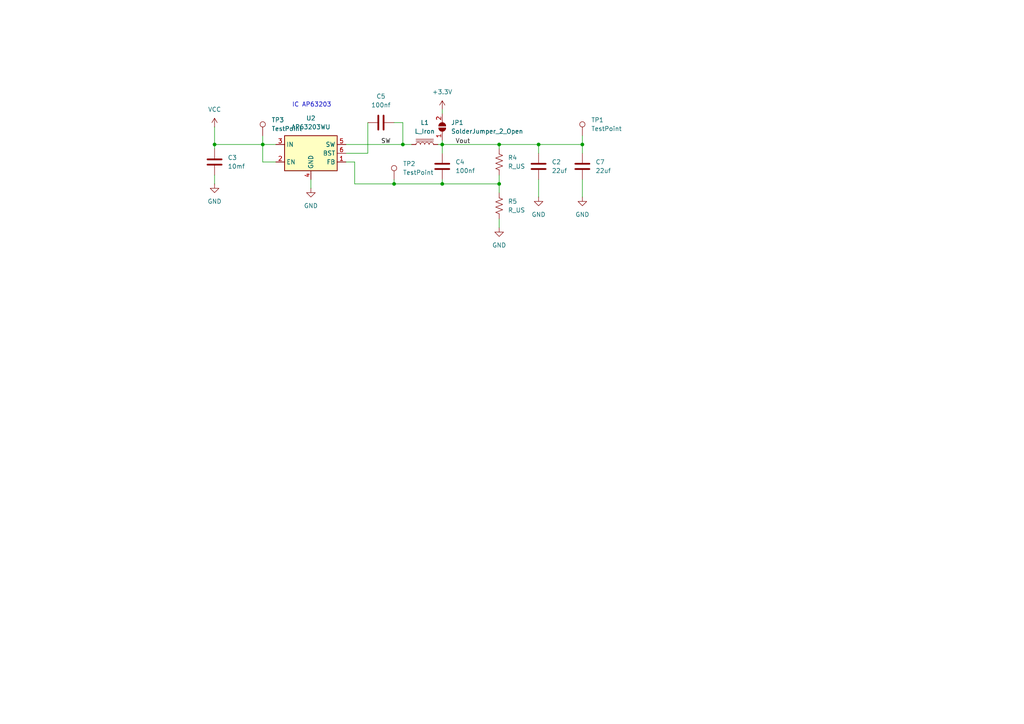
<source format=kicad_sch>
(kicad_sch
	(version 20250114)
	(generator "eeschema")
	(generator_version "9.0")
	(uuid "f319de47-5758-40a6-b80b-836c8115c4c8")
	(paper "A4")
	(lib_symbols
		(symbol "Connector:TestPoint"
			(pin_numbers
				(hide yes)
			)
			(pin_names
				(offset 0.762)
				(hide yes)
			)
			(exclude_from_sim no)
			(in_bom yes)
			(on_board yes)
			(property "Reference" "TP"
				(at 0 6.858 0)
				(effects
					(font
						(size 1.27 1.27)
					)
				)
			)
			(property "Value" "TestPoint"
				(at 0 5.08 0)
				(effects
					(font
						(size 1.27 1.27)
					)
				)
			)
			(property "Footprint" ""
				(at 5.08 0 0)
				(effects
					(font
						(size 1.27 1.27)
					)
					(hide yes)
				)
			)
			(property "Datasheet" "~"
				(at 5.08 0 0)
				(effects
					(font
						(size 1.27 1.27)
					)
					(hide yes)
				)
			)
			(property "Description" "test point"
				(at 0 0 0)
				(effects
					(font
						(size 1.27 1.27)
					)
					(hide yes)
				)
			)
			(property "ki_keywords" "test point tp"
				(at 0 0 0)
				(effects
					(font
						(size 1.27 1.27)
					)
					(hide yes)
				)
			)
			(property "ki_fp_filters" "Pin* Test*"
				(at 0 0 0)
				(effects
					(font
						(size 1.27 1.27)
					)
					(hide yes)
				)
			)
			(symbol "TestPoint_0_1"
				(circle
					(center 0 3.302)
					(radius 0.762)
					(stroke
						(width 0)
						(type default)
					)
					(fill
						(type none)
					)
				)
			)
			(symbol "TestPoint_1_1"
				(pin passive line
					(at 0 0 90)
					(length 2.54)
					(name "1"
						(effects
							(font
								(size 1.27 1.27)
							)
						)
					)
					(number "1"
						(effects
							(font
								(size 1.27 1.27)
							)
						)
					)
				)
			)
			(embedded_fonts no)
		)
		(symbol "Device:C"
			(pin_numbers
				(hide yes)
			)
			(pin_names
				(offset 0.254)
			)
			(exclude_from_sim no)
			(in_bom yes)
			(on_board yes)
			(property "Reference" "C"
				(at 0.635 2.54 0)
				(effects
					(font
						(size 1.27 1.27)
					)
					(justify left)
				)
			)
			(property "Value" "C"
				(at 0.635 -2.54 0)
				(effects
					(font
						(size 1.27 1.27)
					)
					(justify left)
				)
			)
			(property "Footprint" ""
				(at 0.9652 -3.81 0)
				(effects
					(font
						(size 1.27 1.27)
					)
					(hide yes)
				)
			)
			(property "Datasheet" "~"
				(at 0 0 0)
				(effects
					(font
						(size 1.27 1.27)
					)
					(hide yes)
				)
			)
			(property "Description" "Unpolarized capacitor"
				(at 0 0 0)
				(effects
					(font
						(size 1.27 1.27)
					)
					(hide yes)
				)
			)
			(property "ki_keywords" "cap capacitor"
				(at 0 0 0)
				(effects
					(font
						(size 1.27 1.27)
					)
					(hide yes)
				)
			)
			(property "ki_fp_filters" "C_*"
				(at 0 0 0)
				(effects
					(font
						(size 1.27 1.27)
					)
					(hide yes)
				)
			)
			(symbol "C_0_1"
				(polyline
					(pts
						(xy -2.032 0.762) (xy 2.032 0.762)
					)
					(stroke
						(width 0.508)
						(type default)
					)
					(fill
						(type none)
					)
				)
				(polyline
					(pts
						(xy -2.032 -0.762) (xy 2.032 -0.762)
					)
					(stroke
						(width 0.508)
						(type default)
					)
					(fill
						(type none)
					)
				)
			)
			(symbol "C_1_1"
				(pin passive line
					(at 0 3.81 270)
					(length 2.794)
					(name "~"
						(effects
							(font
								(size 1.27 1.27)
							)
						)
					)
					(number "1"
						(effects
							(font
								(size 1.27 1.27)
							)
						)
					)
				)
				(pin passive line
					(at 0 -3.81 90)
					(length 2.794)
					(name "~"
						(effects
							(font
								(size 1.27 1.27)
							)
						)
					)
					(number "2"
						(effects
							(font
								(size 1.27 1.27)
							)
						)
					)
				)
			)
			(embedded_fonts no)
		)
		(symbol "Device:L_Iron"
			(pin_numbers
				(hide yes)
			)
			(pin_names
				(offset 1.016)
				(hide yes)
			)
			(exclude_from_sim no)
			(in_bom yes)
			(on_board yes)
			(property "Reference" "L"
				(at -1.27 0 90)
				(effects
					(font
						(size 1.27 1.27)
					)
				)
			)
			(property "Value" "L_Iron"
				(at 2.794 0 90)
				(effects
					(font
						(size 1.27 1.27)
					)
				)
			)
			(property "Footprint" ""
				(at 0 0 0)
				(effects
					(font
						(size 1.27 1.27)
					)
					(hide yes)
				)
			)
			(property "Datasheet" "~"
				(at 0 0 0)
				(effects
					(font
						(size 1.27 1.27)
					)
					(hide yes)
				)
			)
			(property "Description" "Inductor with iron core"
				(at 0 0 0)
				(effects
					(font
						(size 1.27 1.27)
					)
					(hide yes)
				)
			)
			(property "ki_keywords" "inductor choke coil reactor magnetic"
				(at 0 0 0)
				(effects
					(font
						(size 1.27 1.27)
					)
					(hide yes)
				)
			)
			(property "ki_fp_filters" "Choke_* *Coil* Inductor_* L_*"
				(at 0 0 0)
				(effects
					(font
						(size 1.27 1.27)
					)
					(hide yes)
				)
			)
			(symbol "L_Iron_0_1"
				(arc
					(start 0 2.54)
					(mid 0.6323 1.905)
					(end 0 1.27)
					(stroke
						(width 0)
						(type default)
					)
					(fill
						(type none)
					)
				)
				(arc
					(start 0 1.27)
					(mid 0.6323 0.635)
					(end 0 0)
					(stroke
						(width 0)
						(type default)
					)
					(fill
						(type none)
					)
				)
				(arc
					(start 0 0)
					(mid 0.6323 -0.635)
					(end 0 -1.27)
					(stroke
						(width 0)
						(type default)
					)
					(fill
						(type none)
					)
				)
				(arc
					(start 0 -1.27)
					(mid 0.6323 -1.905)
					(end 0 -2.54)
					(stroke
						(width 0)
						(type default)
					)
					(fill
						(type none)
					)
				)
				(polyline
					(pts
						(xy 1.016 2.54) (xy 1.016 -2.54)
					)
					(stroke
						(width 0)
						(type default)
					)
					(fill
						(type none)
					)
				)
				(polyline
					(pts
						(xy 1.524 -2.54) (xy 1.524 2.54)
					)
					(stroke
						(width 0)
						(type default)
					)
					(fill
						(type none)
					)
				)
			)
			(symbol "L_Iron_1_1"
				(pin passive line
					(at 0 3.81 270)
					(length 1.27)
					(name "1"
						(effects
							(font
								(size 1.27 1.27)
							)
						)
					)
					(number "1"
						(effects
							(font
								(size 1.27 1.27)
							)
						)
					)
				)
				(pin passive line
					(at 0 -3.81 90)
					(length 1.27)
					(name "2"
						(effects
							(font
								(size 1.27 1.27)
							)
						)
					)
					(number "2"
						(effects
							(font
								(size 1.27 1.27)
							)
						)
					)
				)
			)
			(embedded_fonts no)
		)
		(symbol "Device:R_US"
			(pin_numbers
				(hide yes)
			)
			(pin_names
				(offset 0)
			)
			(exclude_from_sim no)
			(in_bom yes)
			(on_board yes)
			(property "Reference" "R"
				(at 2.54 0 90)
				(effects
					(font
						(size 1.27 1.27)
					)
				)
			)
			(property "Value" "R_US"
				(at -2.54 0 90)
				(effects
					(font
						(size 1.27 1.27)
					)
				)
			)
			(property "Footprint" ""
				(at 1.016 -0.254 90)
				(effects
					(font
						(size 1.27 1.27)
					)
					(hide yes)
				)
			)
			(property "Datasheet" "~"
				(at 0 0 0)
				(effects
					(font
						(size 1.27 1.27)
					)
					(hide yes)
				)
			)
			(property "Description" "Resistor, US symbol"
				(at 0 0 0)
				(effects
					(font
						(size 1.27 1.27)
					)
					(hide yes)
				)
			)
			(property "ki_keywords" "R res resistor"
				(at 0 0 0)
				(effects
					(font
						(size 1.27 1.27)
					)
					(hide yes)
				)
			)
			(property "ki_fp_filters" "R_*"
				(at 0 0 0)
				(effects
					(font
						(size 1.27 1.27)
					)
					(hide yes)
				)
			)
			(symbol "R_US_0_1"
				(polyline
					(pts
						(xy 0 2.286) (xy 0 2.54)
					)
					(stroke
						(width 0)
						(type default)
					)
					(fill
						(type none)
					)
				)
				(polyline
					(pts
						(xy 0 2.286) (xy 1.016 1.905) (xy 0 1.524) (xy -1.016 1.143) (xy 0 0.762)
					)
					(stroke
						(width 0)
						(type default)
					)
					(fill
						(type none)
					)
				)
				(polyline
					(pts
						(xy 0 0.762) (xy 1.016 0.381) (xy 0 0) (xy -1.016 -0.381) (xy 0 -0.762)
					)
					(stroke
						(width 0)
						(type default)
					)
					(fill
						(type none)
					)
				)
				(polyline
					(pts
						(xy 0 -0.762) (xy 1.016 -1.143) (xy 0 -1.524) (xy -1.016 -1.905) (xy 0 -2.286)
					)
					(stroke
						(width 0)
						(type default)
					)
					(fill
						(type none)
					)
				)
				(polyline
					(pts
						(xy 0 -2.286) (xy 0 -2.54)
					)
					(stroke
						(width 0)
						(type default)
					)
					(fill
						(type none)
					)
				)
			)
			(symbol "R_US_1_1"
				(pin passive line
					(at 0 3.81 270)
					(length 1.27)
					(name "~"
						(effects
							(font
								(size 1.27 1.27)
							)
						)
					)
					(number "1"
						(effects
							(font
								(size 1.27 1.27)
							)
						)
					)
				)
				(pin passive line
					(at 0 -3.81 90)
					(length 1.27)
					(name "~"
						(effects
							(font
								(size 1.27 1.27)
							)
						)
					)
					(number "2"
						(effects
							(font
								(size 1.27 1.27)
							)
						)
					)
				)
			)
			(embedded_fonts no)
		)
		(symbol "Jumper:SolderJumper_2_Open"
			(pin_names
				(offset 0)
				(hide yes)
			)
			(exclude_from_sim no)
			(in_bom yes)
			(on_board yes)
			(property "Reference" "JP"
				(at 0 2.032 0)
				(effects
					(font
						(size 1.27 1.27)
					)
				)
			)
			(property "Value" "SolderJumper_2_Open"
				(at 0 -2.54 0)
				(effects
					(font
						(size 1.27 1.27)
					)
				)
			)
			(property "Footprint" ""
				(at 0 0 0)
				(effects
					(font
						(size 1.27 1.27)
					)
					(hide yes)
				)
			)
			(property "Datasheet" "~"
				(at 0 0 0)
				(effects
					(font
						(size 1.27 1.27)
					)
					(hide yes)
				)
			)
			(property "Description" "Solder Jumper, 2-pole, open"
				(at 0 0 0)
				(effects
					(font
						(size 1.27 1.27)
					)
					(hide yes)
				)
			)
			(property "ki_keywords" "solder jumper SPST"
				(at 0 0 0)
				(effects
					(font
						(size 1.27 1.27)
					)
					(hide yes)
				)
			)
			(property "ki_fp_filters" "SolderJumper*Open*"
				(at 0 0 0)
				(effects
					(font
						(size 1.27 1.27)
					)
					(hide yes)
				)
			)
			(symbol "SolderJumper_2_Open_0_1"
				(polyline
					(pts
						(xy -0.254 1.016) (xy -0.254 -1.016)
					)
					(stroke
						(width 0)
						(type default)
					)
					(fill
						(type none)
					)
				)
				(arc
					(start -0.254 -1.016)
					(mid -1.2656 0)
					(end -0.254 1.016)
					(stroke
						(width 0)
						(type default)
					)
					(fill
						(type none)
					)
				)
				(arc
					(start -0.254 -1.016)
					(mid -1.2656 0)
					(end -0.254 1.016)
					(stroke
						(width 0)
						(type default)
					)
					(fill
						(type outline)
					)
				)
				(arc
					(start 0.254 1.016)
					(mid 1.2656 0)
					(end 0.254 -1.016)
					(stroke
						(width 0)
						(type default)
					)
					(fill
						(type none)
					)
				)
				(arc
					(start 0.254 1.016)
					(mid 1.2656 0)
					(end 0.254 -1.016)
					(stroke
						(width 0)
						(type default)
					)
					(fill
						(type outline)
					)
				)
				(polyline
					(pts
						(xy 0.254 1.016) (xy 0.254 -1.016)
					)
					(stroke
						(width 0)
						(type default)
					)
					(fill
						(type none)
					)
				)
			)
			(symbol "SolderJumper_2_Open_1_1"
				(pin passive line
					(at -3.81 0 0)
					(length 2.54)
					(name "A"
						(effects
							(font
								(size 1.27 1.27)
							)
						)
					)
					(number "1"
						(effects
							(font
								(size 1.27 1.27)
							)
						)
					)
				)
				(pin passive line
					(at 3.81 0 180)
					(length 2.54)
					(name "B"
						(effects
							(font
								(size 1.27 1.27)
							)
						)
					)
					(number "2"
						(effects
							(font
								(size 1.27 1.27)
							)
						)
					)
				)
			)
			(embedded_fonts no)
		)
		(symbol "Regulator_Switching:AP63203WU"
			(exclude_from_sim no)
			(in_bom yes)
			(on_board yes)
			(property "Reference" "U"
				(at -7.62 6.35 0)
				(effects
					(font
						(size 1.27 1.27)
					)
				)
			)
			(property "Value" "AP63203WU"
				(at 2.54 6.35 0)
				(effects
					(font
						(size 1.27 1.27)
					)
				)
			)
			(property "Footprint" "Package_TO_SOT_SMD:TSOT-23-6"
				(at 0 -22.86 0)
				(effects
					(font
						(size 1.27 1.27)
					)
					(hide yes)
				)
			)
			(property "Datasheet" "https://www.diodes.com/assets/Datasheets/AP63200-AP63201-AP63203-AP63205.pdf"
				(at 0 0 0)
				(effects
					(font
						(size 1.27 1.27)
					)
					(hide yes)
				)
			)
			(property "Description" "2A, 1.1MHz Buck DC/DC Converter, fixed 3.3V output voltage, TSOT-23-6"
				(at 0 0 0)
				(effects
					(font
						(size 1.27 1.27)
					)
					(hide yes)
				)
			)
			(property "ki_keywords" "2A Buck DC/DC"
				(at 0 0 0)
				(effects
					(font
						(size 1.27 1.27)
					)
					(hide yes)
				)
			)
			(property "ki_fp_filters" "TSOT?23*"
				(at 0 0 0)
				(effects
					(font
						(size 1.27 1.27)
					)
					(hide yes)
				)
			)
			(symbol "AP63203WU_0_1"
				(rectangle
					(start -7.62 5.08)
					(end 7.62 -5.08)
					(stroke
						(width 0.254)
						(type default)
					)
					(fill
						(type background)
					)
				)
			)
			(symbol "AP63203WU_1_1"
				(pin power_in line
					(at -10.16 2.54 0)
					(length 2.54)
					(name "IN"
						(effects
							(font
								(size 1.27 1.27)
							)
						)
					)
					(number "3"
						(effects
							(font
								(size 1.27 1.27)
							)
						)
					)
				)
				(pin input line
					(at -10.16 -2.54 0)
					(length 2.54)
					(name "EN"
						(effects
							(font
								(size 1.27 1.27)
							)
						)
					)
					(number "2"
						(effects
							(font
								(size 1.27 1.27)
							)
						)
					)
				)
				(pin power_in line
					(at 0 -7.62 90)
					(length 2.54)
					(name "GND"
						(effects
							(font
								(size 1.27 1.27)
							)
						)
					)
					(number "4"
						(effects
							(font
								(size 1.27 1.27)
							)
						)
					)
				)
				(pin output line
					(at 10.16 2.54 180)
					(length 2.54)
					(name "SW"
						(effects
							(font
								(size 1.27 1.27)
							)
						)
					)
					(number "5"
						(effects
							(font
								(size 1.27 1.27)
							)
						)
					)
				)
				(pin passive line
					(at 10.16 0 180)
					(length 2.54)
					(name "BST"
						(effects
							(font
								(size 1.27 1.27)
							)
						)
					)
					(number "6"
						(effects
							(font
								(size 1.27 1.27)
							)
						)
					)
				)
				(pin input line
					(at 10.16 -2.54 180)
					(length 2.54)
					(name "FB"
						(effects
							(font
								(size 1.27 1.27)
							)
						)
					)
					(number "1"
						(effects
							(font
								(size 1.27 1.27)
							)
						)
					)
				)
			)
			(embedded_fonts no)
		)
		(symbol "power:+3.3V"
			(power)
			(pin_numbers
				(hide yes)
			)
			(pin_names
				(offset 0)
				(hide yes)
			)
			(exclude_from_sim no)
			(in_bom yes)
			(on_board yes)
			(property "Reference" "#PWR"
				(at 0 -3.81 0)
				(effects
					(font
						(size 1.27 1.27)
					)
					(hide yes)
				)
			)
			(property "Value" "+3.3V"
				(at 0 3.556 0)
				(effects
					(font
						(size 1.27 1.27)
					)
				)
			)
			(property "Footprint" ""
				(at 0 0 0)
				(effects
					(font
						(size 1.27 1.27)
					)
					(hide yes)
				)
			)
			(property "Datasheet" ""
				(at 0 0 0)
				(effects
					(font
						(size 1.27 1.27)
					)
					(hide yes)
				)
			)
			(property "Description" "Power symbol creates a global label with name \"+3.3V\""
				(at 0 0 0)
				(effects
					(font
						(size 1.27 1.27)
					)
					(hide yes)
				)
			)
			(property "ki_keywords" "global power"
				(at 0 0 0)
				(effects
					(font
						(size 1.27 1.27)
					)
					(hide yes)
				)
			)
			(symbol "+3.3V_0_1"
				(polyline
					(pts
						(xy -0.762 1.27) (xy 0 2.54)
					)
					(stroke
						(width 0)
						(type default)
					)
					(fill
						(type none)
					)
				)
				(polyline
					(pts
						(xy 0 2.54) (xy 0.762 1.27)
					)
					(stroke
						(width 0)
						(type default)
					)
					(fill
						(type none)
					)
				)
				(polyline
					(pts
						(xy 0 0) (xy 0 2.54)
					)
					(stroke
						(width 0)
						(type default)
					)
					(fill
						(type none)
					)
				)
			)
			(symbol "+3.3V_1_1"
				(pin power_in line
					(at 0 0 90)
					(length 0)
					(name "~"
						(effects
							(font
								(size 1.27 1.27)
							)
						)
					)
					(number "1"
						(effects
							(font
								(size 1.27 1.27)
							)
						)
					)
				)
			)
			(embedded_fonts no)
		)
		(symbol "power:GND"
			(power)
			(pin_numbers
				(hide yes)
			)
			(pin_names
				(offset 0)
				(hide yes)
			)
			(exclude_from_sim no)
			(in_bom yes)
			(on_board yes)
			(property "Reference" "#PWR"
				(at 0 -6.35 0)
				(effects
					(font
						(size 1.27 1.27)
					)
					(hide yes)
				)
			)
			(property "Value" "GND"
				(at 0 -3.81 0)
				(effects
					(font
						(size 1.27 1.27)
					)
				)
			)
			(property "Footprint" ""
				(at 0 0 0)
				(effects
					(font
						(size 1.27 1.27)
					)
					(hide yes)
				)
			)
			(property "Datasheet" ""
				(at 0 0 0)
				(effects
					(font
						(size 1.27 1.27)
					)
					(hide yes)
				)
			)
			(property "Description" "Power symbol creates a global label with name \"GND\" , ground"
				(at 0 0 0)
				(effects
					(font
						(size 1.27 1.27)
					)
					(hide yes)
				)
			)
			(property "ki_keywords" "global power"
				(at 0 0 0)
				(effects
					(font
						(size 1.27 1.27)
					)
					(hide yes)
				)
			)
			(symbol "GND_0_1"
				(polyline
					(pts
						(xy 0 0) (xy 0 -1.27) (xy 1.27 -1.27) (xy 0 -2.54) (xy -1.27 -1.27) (xy 0 -1.27)
					)
					(stroke
						(width 0)
						(type default)
					)
					(fill
						(type none)
					)
				)
			)
			(symbol "GND_1_1"
				(pin power_in line
					(at 0 0 270)
					(length 0)
					(name "~"
						(effects
							(font
								(size 1.27 1.27)
							)
						)
					)
					(number "1"
						(effects
							(font
								(size 1.27 1.27)
							)
						)
					)
				)
			)
			(embedded_fonts no)
		)
		(symbol "power:VCC"
			(power)
			(pin_numbers
				(hide yes)
			)
			(pin_names
				(offset 0)
				(hide yes)
			)
			(exclude_from_sim no)
			(in_bom yes)
			(on_board yes)
			(property "Reference" "#PWR"
				(at 0 -3.81 0)
				(effects
					(font
						(size 1.27 1.27)
					)
					(hide yes)
				)
			)
			(property "Value" "VCC"
				(at 0 3.556 0)
				(effects
					(font
						(size 1.27 1.27)
					)
				)
			)
			(property "Footprint" ""
				(at 0 0 0)
				(effects
					(font
						(size 1.27 1.27)
					)
					(hide yes)
				)
			)
			(property "Datasheet" ""
				(at 0 0 0)
				(effects
					(font
						(size 1.27 1.27)
					)
					(hide yes)
				)
			)
			(property "Description" "Power symbol creates a global label with name \"VCC\""
				(at 0 0 0)
				(effects
					(font
						(size 1.27 1.27)
					)
					(hide yes)
				)
			)
			(property "ki_keywords" "global power"
				(at 0 0 0)
				(effects
					(font
						(size 1.27 1.27)
					)
					(hide yes)
				)
			)
			(symbol "VCC_0_1"
				(polyline
					(pts
						(xy -0.762 1.27) (xy 0 2.54)
					)
					(stroke
						(width 0)
						(type default)
					)
					(fill
						(type none)
					)
				)
				(polyline
					(pts
						(xy 0 2.54) (xy 0.762 1.27)
					)
					(stroke
						(width 0)
						(type default)
					)
					(fill
						(type none)
					)
				)
				(polyline
					(pts
						(xy 0 0) (xy 0 2.54)
					)
					(stroke
						(width 0)
						(type default)
					)
					(fill
						(type none)
					)
				)
			)
			(symbol "VCC_1_1"
				(pin power_in line
					(at 0 0 90)
					(length 0)
					(name "~"
						(effects
							(font
								(size 1.27 1.27)
							)
						)
					)
					(number "1"
						(effects
							(font
								(size 1.27 1.27)
							)
						)
					)
				)
			)
			(embedded_fonts no)
		)
	)
	(text "IC AP63203\n"
		(exclude_from_sim no)
		(at 90.424 30.48 0)
		(effects
			(font
				(size 1.27 1.27)
			)
		)
		(uuid "82846acd-da59-4a07-840b-743d3ec581a9")
	)
	(junction
		(at 116.84 41.91)
		(diameter 0)
		(color 0 0 0 0)
		(uuid "02f9472a-0198-487d-8503-8c87766beed4")
	)
	(junction
		(at 114.3 53.34)
		(diameter 0)
		(color 0 0 0 0)
		(uuid "124a4937-9438-463f-96af-e043f103cec0")
	)
	(junction
		(at 156.21 41.91)
		(diameter 0)
		(color 0 0 0 0)
		(uuid "156a4d83-9543-4afa-b218-93f8e7526d3d")
	)
	(junction
		(at 144.78 53.34)
		(diameter 0)
		(color 0 0 0 0)
		(uuid "3b1b9261-6cf9-42b0-a470-ba34b33949a5")
	)
	(junction
		(at 128.27 53.34)
		(diameter 0)
		(color 0 0 0 0)
		(uuid "67390f41-c3e9-4216-8641-4684c817f87d")
	)
	(junction
		(at 62.23 41.91)
		(diameter 0)
		(color 0 0 0 0)
		(uuid "8c3c84f5-2ef3-41ac-aedf-9d3b7f62cc7d")
	)
	(junction
		(at 168.91 41.91)
		(diameter 0)
		(color 0 0 0 0)
		(uuid "bd99ec2e-0e86-4125-9063-48b4d5ae810b")
	)
	(junction
		(at 76.2 41.91)
		(diameter 0)
		(color 0 0 0 0)
		(uuid "c02c2b91-5794-4266-ba08-fce4b1a44358")
	)
	(junction
		(at 144.78 41.91)
		(diameter 0)
		(color 0 0 0 0)
		(uuid "d95f6e3f-d27a-4028-bf15-b624d1c9c22c")
	)
	(junction
		(at 128.27 41.91)
		(diameter 0)
		(color 0 0 0 0)
		(uuid "ebc98df1-ebd3-40ee-8bf2-eaccc9682b3e")
	)
	(wire
		(pts
			(xy 127 41.91) (xy 128.27 41.91)
		)
		(stroke
			(width 0)
			(type default)
		)
		(uuid "0172034d-42fa-470a-bed6-1289095dcc28")
	)
	(wire
		(pts
			(xy 114.3 52.07) (xy 114.3 53.34)
		)
		(stroke
			(width 0)
			(type default)
		)
		(uuid "062a5881-dd76-4c43-a342-8115c0adc469")
	)
	(wire
		(pts
			(xy 90.17 52.07) (xy 90.17 54.61)
		)
		(stroke
			(width 0)
			(type default)
		)
		(uuid "0be1bb9e-cb45-49e9-92b9-d7b74aeb6caa")
	)
	(wire
		(pts
			(xy 168.91 39.37) (xy 168.91 41.91)
		)
		(stroke
			(width 0)
			(type default)
		)
		(uuid "0d24b6ea-752a-4be0-a290-c1375fc5f59d")
	)
	(wire
		(pts
			(xy 62.23 50.8) (xy 62.23 53.34)
		)
		(stroke
			(width 0)
			(type default)
		)
		(uuid "12aee748-42e8-401b-8d33-bd0e4b8a9a9e")
	)
	(wire
		(pts
			(xy 62.23 36.83) (xy 62.23 41.91)
		)
		(stroke
			(width 0)
			(type default)
		)
		(uuid "155648a4-cc75-4ebe-b540-0561fcedb0f5")
	)
	(wire
		(pts
			(xy 128.27 53.34) (xy 128.27 52.07)
		)
		(stroke
			(width 0)
			(type default)
		)
		(uuid "1b0484c6-07d3-461d-8683-ebbaf7aca38b")
	)
	(wire
		(pts
			(xy 80.01 41.91) (xy 76.2 41.91)
		)
		(stroke
			(width 0)
			(type default)
		)
		(uuid "23d992c6-9f69-47e9-87ac-a49dab016ebd")
	)
	(wire
		(pts
			(xy 114.3 35.56) (xy 116.84 35.56)
		)
		(stroke
			(width 0)
			(type default)
		)
		(uuid "245ff64b-da02-45e9-b10c-13be237d20bb")
	)
	(wire
		(pts
			(xy 116.84 35.56) (xy 116.84 41.91)
		)
		(stroke
			(width 0)
			(type default)
		)
		(uuid "246065f2-308b-4203-995d-9c4ada5ab0ca")
	)
	(wire
		(pts
			(xy 144.78 43.18) (xy 144.78 41.91)
		)
		(stroke
			(width 0)
			(type default)
		)
		(uuid "26b55e3d-6413-46dc-8142-b2b50cb4d9f4")
	)
	(wire
		(pts
			(xy 116.84 41.91) (xy 119.38 41.91)
		)
		(stroke
			(width 0)
			(type default)
		)
		(uuid "387bc918-bced-4728-8521-7badb780f7b4")
	)
	(wire
		(pts
			(xy 156.21 44.45) (xy 156.21 41.91)
		)
		(stroke
			(width 0)
			(type default)
		)
		(uuid "44966421-5c98-426a-b9de-4909ca61db95")
	)
	(wire
		(pts
			(xy 128.27 41.91) (xy 128.27 44.45)
		)
		(stroke
			(width 0)
			(type default)
		)
		(uuid "45094a06-6a9a-46c0-b387-23f460a35be7")
	)
	(wire
		(pts
			(xy 76.2 39.37) (xy 76.2 41.91)
		)
		(stroke
			(width 0)
			(type default)
		)
		(uuid "560c1897-d8a3-4f57-b8f2-b63b086d5daf")
	)
	(wire
		(pts
			(xy 144.78 53.34) (xy 144.78 55.88)
		)
		(stroke
			(width 0)
			(type default)
		)
		(uuid "58a63330-f2a1-479a-af85-52374945c984")
	)
	(wire
		(pts
			(xy 106.68 44.45) (xy 106.68 35.56)
		)
		(stroke
			(width 0)
			(type default)
		)
		(uuid "5c88cc42-6832-4773-ad44-3fca40f10524")
	)
	(wire
		(pts
			(xy 168.91 44.45) (xy 168.91 41.91)
		)
		(stroke
			(width 0)
			(type default)
		)
		(uuid "6a9ae448-f369-47a6-a2d3-9190771e594b")
	)
	(wire
		(pts
			(xy 76.2 41.91) (xy 62.23 41.91)
		)
		(stroke
			(width 0)
			(type default)
		)
		(uuid "6c2a6b57-725b-42bc-8376-6b471dda17d9")
	)
	(wire
		(pts
			(xy 168.91 41.91) (xy 156.21 41.91)
		)
		(stroke
			(width 0)
			(type default)
		)
		(uuid "7d81070b-09cd-4ccb-aa7b-1a7993d58a18")
	)
	(wire
		(pts
			(xy 102.87 53.34) (xy 114.3 53.34)
		)
		(stroke
			(width 0)
			(type default)
		)
		(uuid "80a21ad5-01f8-443b-89e5-cfe0834e1500")
	)
	(wire
		(pts
			(xy 156.21 41.91) (xy 144.78 41.91)
		)
		(stroke
			(width 0)
			(type default)
		)
		(uuid "8924b730-4a4a-42f9-994c-9cce008348a9")
	)
	(wire
		(pts
			(xy 100.33 44.45) (xy 106.68 44.45)
		)
		(stroke
			(width 0)
			(type default)
		)
		(uuid "95e3c8cc-3591-4227-ba0b-6cf302043226")
	)
	(wire
		(pts
			(xy 80.01 46.99) (xy 76.2 46.99)
		)
		(stroke
			(width 0)
			(type default)
		)
		(uuid "9b6b3de5-d443-436a-b7b0-c922c121f3f4")
	)
	(wire
		(pts
			(xy 62.23 41.91) (xy 62.23 43.18)
		)
		(stroke
			(width 0)
			(type default)
		)
		(uuid "9dd1c945-519e-40d3-b882-332fad481030")
	)
	(wire
		(pts
			(xy 114.3 53.34) (xy 128.27 53.34)
		)
		(stroke
			(width 0)
			(type default)
		)
		(uuid "a3a157c9-ce23-4a5e-b2ee-0aa89a148180")
	)
	(wire
		(pts
			(xy 102.87 46.99) (xy 102.87 53.34)
		)
		(stroke
			(width 0)
			(type default)
		)
		(uuid "a57ad41b-56a8-48d6-8637-d5043dca9b3c")
	)
	(wire
		(pts
			(xy 128.27 31.75) (xy 128.27 33.02)
		)
		(stroke
			(width 0)
			(type default)
		)
		(uuid "aaa05373-6689-488b-8b37-f4af86a8ae84")
	)
	(wire
		(pts
			(xy 168.91 52.07) (xy 168.91 57.15)
		)
		(stroke
			(width 0)
			(type default)
		)
		(uuid "ac2cb8c4-0487-4100-b19c-e74047329716")
	)
	(wire
		(pts
			(xy 144.78 41.91) (xy 128.27 41.91)
		)
		(stroke
			(width 0)
			(type default)
		)
		(uuid "ac473e8c-74c0-4333-aaa6-ddb83efc3bc9")
	)
	(wire
		(pts
			(xy 156.21 52.07) (xy 156.21 57.15)
		)
		(stroke
			(width 0)
			(type default)
		)
		(uuid "af5d5511-c7d9-455b-8ebb-67e903351055")
	)
	(wire
		(pts
			(xy 144.78 63.5) (xy 144.78 66.04)
		)
		(stroke
			(width 0)
			(type default)
		)
		(uuid "b2ac3b6d-3724-4c1a-80b4-02762e5a1cb2")
	)
	(wire
		(pts
			(xy 100.33 41.91) (xy 116.84 41.91)
		)
		(stroke
			(width 0)
			(type default)
		)
		(uuid "b5af619c-86f2-4e90-bb57-2c44a588d639")
	)
	(wire
		(pts
			(xy 128.27 40.64) (xy 128.27 41.91)
		)
		(stroke
			(width 0)
			(type default)
		)
		(uuid "bdcd4ade-2174-4920-b96a-c73ef72f5139")
	)
	(wire
		(pts
			(xy 128.27 53.34) (xy 144.78 53.34)
		)
		(stroke
			(width 0)
			(type default)
		)
		(uuid "ca9b1bd5-a79c-41e8-84d2-30ad2f1b8ad2")
	)
	(wire
		(pts
			(xy 76.2 46.99) (xy 76.2 41.91)
		)
		(stroke
			(width 0)
			(type default)
		)
		(uuid "cb63dae0-fe36-47e5-a74a-095d74f19851")
	)
	(wire
		(pts
			(xy 102.87 46.99) (xy 100.33 46.99)
		)
		(stroke
			(width 0)
			(type default)
		)
		(uuid "ded4e9c8-ddea-4dd3-97b7-ff8575b60da3")
	)
	(wire
		(pts
			(xy 144.78 50.8) (xy 144.78 53.34)
		)
		(stroke
			(width 0)
			(type default)
		)
		(uuid "f10a6000-cbd0-47f9-b7e0-3d0068cf2c54")
	)
	(label "Vout"
		(at 132.08 41.91 0)
		(effects
			(font
				(size 1.27 1.27)
			)
			(justify left bottom)
		)
		(uuid "0a0f3201-f71e-4788-abe6-b2ea50a4130c")
	)
	(label "SW"
		(at 110.49 41.91 0)
		(effects
			(font
				(size 1.27 1.27)
			)
			(justify left bottom)
		)
		(uuid "1a6a5522-efdb-4da3-89f8-8330e032c706")
	)
	(symbol
		(lib_id "Device:C")
		(at 62.23 46.99 0)
		(unit 1)
		(exclude_from_sim no)
		(in_bom yes)
		(on_board yes)
		(dnp no)
		(fields_autoplaced yes)
		(uuid "29ae29e1-fee5-4102-9de1-13ba5b0bf4a5")
		(property "Reference" "C3"
			(at 66.04 45.7199 0)
			(effects
				(font
					(size 1.27 1.27)
				)
				(justify left)
			)
		)
		(property "Value" "10mf"
			(at 66.04 48.2599 0)
			(effects
				(font
					(size 1.27 1.27)
				)
				(justify left)
			)
		)
		(property "Footprint" "Capacitor_SMD:C_1206_3216Metric"
			(at 63.1952 50.8 0)
			(effects
				(font
					(size 1.27 1.27)
				)
				(hide yes)
			)
		)
		(property "Datasheet" "~"
			(at 62.23 46.99 0)
			(effects
				(font
					(size 1.27 1.27)
				)
				(hide yes)
			)
		)
		(property "Description" "Unpolarized capacitor"
			(at 62.23 46.99 0)
			(effects
				(font
					(size 1.27 1.27)
				)
				(hide yes)
			)
		)
		(pin "1"
			(uuid "a0caee0f-250b-4e2f-a08b-4b82d56b7c0f")
		)
		(pin "2"
			(uuid "0fa0064f-6001-4184-a33d-b36cb287a295")
		)
		(instances
			(project "ZorionX-Nivara"
				(path "/ae5c9891-8291-492e-8a61-8ac340267b67/d47eca49-96e4-4138-8979-47bb60019f67/67b154d6-e51e-4b3c-869c-5576b054501d"
					(reference "C3")
					(unit 1)
				)
			)
		)
	)
	(symbol
		(lib_id "power:+3.3V")
		(at 128.27 31.75 0)
		(unit 1)
		(exclude_from_sim no)
		(in_bom yes)
		(on_board yes)
		(dnp no)
		(fields_autoplaced yes)
		(uuid "2a3e9313-dbfd-4db8-bddd-649e0195529d")
		(property "Reference" "#PWR03"
			(at 128.27 35.56 0)
			(effects
				(font
					(size 1.27 1.27)
				)
				(hide yes)
			)
		)
		(property "Value" "+3.3V"
			(at 128.27 26.67 0)
			(effects
				(font
					(size 1.27 1.27)
				)
			)
		)
		(property "Footprint" ""
			(at 128.27 31.75 0)
			(effects
				(font
					(size 1.27 1.27)
				)
				(hide yes)
			)
		)
		(property "Datasheet" ""
			(at 128.27 31.75 0)
			(effects
				(font
					(size 1.27 1.27)
				)
				(hide yes)
			)
		)
		(property "Description" "Power symbol creates a global label with name \"+3.3V\""
			(at 128.27 31.75 0)
			(effects
				(font
					(size 1.27 1.27)
				)
				(hide yes)
			)
		)
		(pin "1"
			(uuid "5931689b-f8ea-45e4-90c3-87e774d9c7cf")
		)
		(instances
			(project "ZorionX-Nivara"
				(path "/ae5c9891-8291-492e-8a61-8ac340267b67/d47eca49-96e4-4138-8979-47bb60019f67/67b154d6-e51e-4b3c-869c-5576b054501d"
					(reference "#PWR03")
					(unit 1)
				)
			)
		)
	)
	(symbol
		(lib_id "Device:C")
		(at 156.21 48.26 0)
		(unit 1)
		(exclude_from_sim no)
		(in_bom yes)
		(on_board yes)
		(dnp no)
		(fields_autoplaced yes)
		(uuid "5d3d4d4b-2735-40a4-b27c-d82b631448f6")
		(property "Reference" "C2"
			(at 160.02 46.9899 0)
			(effects
				(font
					(size 1.27 1.27)
				)
				(justify left)
			)
		)
		(property "Value" "22uf"
			(at 160.02 49.5299 0)
			(effects
				(font
					(size 1.27 1.27)
				)
				(justify left)
			)
		)
		(property "Footprint" "Capacitor_SMD:C_0805_2012Metric"
			(at 157.1752 52.07 0)
			(effects
				(font
					(size 1.27 1.27)
				)
				(hide yes)
			)
		)
		(property "Datasheet" "~"
			(at 156.21 48.26 0)
			(effects
				(font
					(size 1.27 1.27)
				)
				(hide yes)
			)
		)
		(property "Description" "Unpolarized capacitor"
			(at 156.21 48.26 0)
			(effects
				(font
					(size 1.27 1.27)
				)
				(hide yes)
			)
		)
		(pin "1"
			(uuid "137ce01d-e0b1-40b1-a2af-be5f024877fe")
		)
		(pin "2"
			(uuid "e9b64847-d4db-43c1-8f27-a35b8bdda5b9")
		)
		(instances
			(project "ZorionX-Nivara"
				(path "/ae5c9891-8291-492e-8a61-8ac340267b67/d47eca49-96e4-4138-8979-47bb60019f67/67b154d6-e51e-4b3c-869c-5576b054501d"
					(reference "C2")
					(unit 1)
				)
			)
		)
	)
	(symbol
		(lib_id "Device:R_US")
		(at 144.78 59.69 0)
		(unit 1)
		(exclude_from_sim no)
		(in_bom yes)
		(on_board yes)
		(dnp no)
		(fields_autoplaced yes)
		(uuid "684bb1a7-c7a8-4f4e-930a-a0e23f1a1125")
		(property "Reference" "R5"
			(at 147.32 58.4199 0)
			(effects
				(font
					(size 1.27 1.27)
				)
				(justify left)
			)
		)
		(property "Value" "R_US"
			(at 147.32 60.9599 0)
			(effects
				(font
					(size 1.27 1.27)
				)
				(justify left)
			)
		)
		(property "Footprint" "Resistor_SMD:R_0603_1608Metric"
			(at 145.796 59.944 90)
			(effects
				(font
					(size 1.27 1.27)
				)
				(hide yes)
			)
		)
		(property "Datasheet" "~"
			(at 144.78 59.69 0)
			(effects
				(font
					(size 1.27 1.27)
				)
				(hide yes)
			)
		)
		(property "Description" "Resistor, US symbol"
			(at 144.78 59.69 0)
			(effects
				(font
					(size 1.27 1.27)
				)
				(hide yes)
			)
		)
		(pin "1"
			(uuid "d0d5d58e-73e4-45cf-9547-08beff40d232")
		)
		(pin "2"
			(uuid "22f5ffda-2b53-49c3-b3d4-e75bb6f19699")
		)
		(instances
			(project "ZorionX-Nivara"
				(path "/ae5c9891-8291-492e-8a61-8ac340267b67/d47eca49-96e4-4138-8979-47bb60019f67/67b154d6-e51e-4b3c-869c-5576b054501d"
					(reference "R5")
					(unit 1)
				)
			)
		)
	)
	(symbol
		(lib_id "Connector:TestPoint")
		(at 76.2 39.37 0)
		(unit 1)
		(exclude_from_sim no)
		(in_bom yes)
		(on_board yes)
		(dnp no)
		(fields_autoplaced yes)
		(uuid "76ed4da0-5be5-4ca3-8a81-56a6cef01d08")
		(property "Reference" "TP3"
			(at 78.74 34.7979 0)
			(effects
				(font
					(size 1.27 1.27)
				)
				(justify left)
			)
		)
		(property "Value" "TestPoint"
			(at 78.74 37.3379 0)
			(effects
				(font
					(size 1.27 1.27)
				)
				(justify left)
			)
		)
		(property "Footprint" "TestPoint:TestPoint_THTPad_1.0x1.0mm_Drill0.5mm"
			(at 81.28 39.37 0)
			(effects
				(font
					(size 1.27 1.27)
				)
				(hide yes)
			)
		)
		(property "Datasheet" "~"
			(at 81.28 39.37 0)
			(effects
				(font
					(size 1.27 1.27)
				)
				(hide yes)
			)
		)
		(property "Description" "test point"
			(at 76.2 39.37 0)
			(effects
				(font
					(size 1.27 1.27)
				)
				(hide yes)
			)
		)
		(pin "1"
			(uuid "ac7e85b4-e8a8-4541-b366-f70494d74ee2")
		)
		(instances
			(project "ZorionX-Nivara"
				(path "/ae5c9891-8291-492e-8a61-8ac340267b67/d47eca49-96e4-4138-8979-47bb60019f67/67b154d6-e51e-4b3c-869c-5576b054501d"
					(reference "TP3")
					(unit 1)
				)
			)
		)
	)
	(symbol
		(lib_id "Connector:TestPoint")
		(at 114.3 52.07 0)
		(unit 1)
		(exclude_from_sim no)
		(in_bom yes)
		(on_board yes)
		(dnp no)
		(fields_autoplaced yes)
		(uuid "8691af09-986d-4f75-b191-f82707d1cc39")
		(property "Reference" "TP2"
			(at 116.84 47.4979 0)
			(effects
				(font
					(size 1.27 1.27)
				)
				(justify left)
			)
		)
		(property "Value" "TestPoint"
			(at 116.84 50.0379 0)
			(effects
				(font
					(size 1.27 1.27)
				)
				(justify left)
			)
		)
		(property "Footprint" "TestPoint:TestPoint_THTPad_1.0x1.0mm_Drill0.5mm"
			(at 119.38 52.07 0)
			(effects
				(font
					(size 1.27 1.27)
				)
				(hide yes)
			)
		)
		(property "Datasheet" "~"
			(at 119.38 52.07 0)
			(effects
				(font
					(size 1.27 1.27)
				)
				(hide yes)
			)
		)
		(property "Description" "test point"
			(at 114.3 52.07 0)
			(effects
				(font
					(size 1.27 1.27)
				)
				(hide yes)
			)
		)
		(pin "1"
			(uuid "327530f8-741b-4eb9-9d30-9f8f0ab6c2da")
		)
		(instances
			(project "ZorionX-Nivara"
				(path "/ae5c9891-8291-492e-8a61-8ac340267b67/d47eca49-96e4-4138-8979-47bb60019f67/67b154d6-e51e-4b3c-869c-5576b054501d"
					(reference "TP2")
					(unit 1)
				)
			)
		)
	)
	(symbol
		(lib_id "Device:L_Iron")
		(at 123.19 41.91 90)
		(unit 1)
		(exclude_from_sim no)
		(in_bom yes)
		(on_board yes)
		(dnp no)
		(fields_autoplaced yes)
		(uuid "8cced312-ceae-4017-8c24-86b29cdfba09")
		(property "Reference" "L1"
			(at 123.19 35.56 90)
			(effects
				(font
					(size 1.27 1.27)
				)
			)
		)
		(property "Value" "L_Iron"
			(at 123.19 38.1 90)
			(effects
				(font
					(size 1.27 1.27)
				)
			)
		)
		(property "Footprint" "Inductor_SMD:L_Bourns-SRN6028"
			(at 123.19 41.91 0)
			(effects
				(font
					(size 1.27 1.27)
				)
				(hide yes)
			)
		)
		(property "Datasheet" "~"
			(at 123.19 41.91 0)
			(effects
				(font
					(size 1.27 1.27)
				)
				(hide yes)
			)
		)
		(property "Description" "Inductor with iron core"
			(at 123.19 41.91 0)
			(effects
				(font
					(size 1.27 1.27)
				)
				(hide yes)
			)
		)
		(pin "1"
			(uuid "15bc9418-328d-43c5-b020-1fc112314ef3")
		)
		(pin "2"
			(uuid "5d6aff53-e87d-4225-916c-31837a1600b3")
		)
		(instances
			(project "ZorionX-Nivara"
				(path "/ae5c9891-8291-492e-8a61-8ac340267b67/d47eca49-96e4-4138-8979-47bb60019f67/67b154d6-e51e-4b3c-869c-5576b054501d"
					(reference "L1")
					(unit 1)
				)
			)
		)
	)
	(symbol
		(lib_id "power:GND")
		(at 168.91 57.15 0)
		(unit 1)
		(exclude_from_sim no)
		(in_bom yes)
		(on_board yes)
		(dnp no)
		(fields_autoplaced yes)
		(uuid "938a2a2a-2e5b-4ee9-bdb7-9b3cab9b94d8")
		(property "Reference" "#PWR017"
			(at 168.91 63.5 0)
			(effects
				(font
					(size 1.27 1.27)
				)
				(hide yes)
			)
		)
		(property "Value" "GND"
			(at 168.91 62.23 0)
			(effects
				(font
					(size 1.27 1.27)
				)
			)
		)
		(property "Footprint" ""
			(at 168.91 57.15 0)
			(effects
				(font
					(size 1.27 1.27)
				)
				(hide yes)
			)
		)
		(property "Datasheet" ""
			(at 168.91 57.15 0)
			(effects
				(font
					(size 1.27 1.27)
				)
				(hide yes)
			)
		)
		(property "Description" "Power symbol creates a global label with name \"GND\" , ground"
			(at 168.91 57.15 0)
			(effects
				(font
					(size 1.27 1.27)
				)
				(hide yes)
			)
		)
		(pin "1"
			(uuid "da1742dc-9898-4812-8c1a-3d12ca9731ac")
		)
		(instances
			(project "ZorionX-Nivara"
				(path "/ae5c9891-8291-492e-8a61-8ac340267b67/d47eca49-96e4-4138-8979-47bb60019f67/67b154d6-e51e-4b3c-869c-5576b054501d"
					(reference "#PWR017")
					(unit 1)
				)
			)
		)
	)
	(symbol
		(lib_id "Device:C")
		(at 110.49 35.56 90)
		(unit 1)
		(exclude_from_sim no)
		(in_bom yes)
		(on_board yes)
		(dnp no)
		(fields_autoplaced yes)
		(uuid "985583c3-5f4b-4c04-b4bd-6aa2b601455d")
		(property "Reference" "C5"
			(at 110.49 27.94 90)
			(effects
				(font
					(size 1.27 1.27)
				)
			)
		)
		(property "Value" "100nf"
			(at 110.49 30.48 90)
			(effects
				(font
					(size 1.27 1.27)
				)
			)
		)
		(property "Footprint" "Capacitor_SMD:C_0603_1608Metric"
			(at 114.3 34.5948 0)
			(effects
				(font
					(size 1.27 1.27)
				)
				(hide yes)
			)
		)
		(property "Datasheet" "~"
			(at 110.49 35.56 0)
			(effects
				(font
					(size 1.27 1.27)
				)
				(hide yes)
			)
		)
		(property "Description" "Unpolarized capacitor"
			(at 110.49 35.56 0)
			(effects
				(font
					(size 1.27 1.27)
				)
				(hide yes)
			)
		)
		(pin "1"
			(uuid "1fd1cb85-4167-4386-a7c9-2ff8765e90d0")
		)
		(pin "2"
			(uuid "b40bc729-dff4-4307-bdcf-76a388b9c0b0")
		)
		(instances
			(project "ZorionX-Nivara"
				(path "/ae5c9891-8291-492e-8a61-8ac340267b67/d47eca49-96e4-4138-8979-47bb60019f67/67b154d6-e51e-4b3c-869c-5576b054501d"
					(reference "C5")
					(unit 1)
				)
			)
		)
	)
	(symbol
		(lib_id "power:GND")
		(at 156.21 57.15 0)
		(unit 1)
		(exclude_from_sim no)
		(in_bom yes)
		(on_board yes)
		(dnp no)
		(fields_autoplaced yes)
		(uuid "9e1713c0-b1fd-435f-a89c-b18adf4e7ae7")
		(property "Reference" "#PWR016"
			(at 156.21 63.5 0)
			(effects
				(font
					(size 1.27 1.27)
				)
				(hide yes)
			)
		)
		(property "Value" "GND"
			(at 156.21 62.23 0)
			(effects
				(font
					(size 1.27 1.27)
				)
			)
		)
		(property "Footprint" ""
			(at 156.21 57.15 0)
			(effects
				(font
					(size 1.27 1.27)
				)
				(hide yes)
			)
		)
		(property "Datasheet" ""
			(at 156.21 57.15 0)
			(effects
				(font
					(size 1.27 1.27)
				)
				(hide yes)
			)
		)
		(property "Description" "Power symbol creates a global label with name \"GND\" , ground"
			(at 156.21 57.15 0)
			(effects
				(font
					(size 1.27 1.27)
				)
				(hide yes)
			)
		)
		(pin "1"
			(uuid "83831ec2-d693-462f-9ad9-dd7091ed60e8")
		)
		(instances
			(project "ZorionX-Nivara"
				(path "/ae5c9891-8291-492e-8a61-8ac340267b67/d47eca49-96e4-4138-8979-47bb60019f67/67b154d6-e51e-4b3c-869c-5576b054501d"
					(reference "#PWR016")
					(unit 1)
				)
			)
		)
	)
	(symbol
		(lib_id "Device:C")
		(at 128.27 48.26 0)
		(unit 1)
		(exclude_from_sim no)
		(in_bom yes)
		(on_board yes)
		(dnp no)
		(fields_autoplaced yes)
		(uuid "a5985ddd-dda0-4ecb-97d1-4b71af0123b8")
		(property "Reference" "C4"
			(at 132.08 46.9899 0)
			(effects
				(font
					(size 1.27 1.27)
				)
				(justify left)
			)
		)
		(property "Value" "100nf"
			(at 132.08 49.5299 0)
			(effects
				(font
					(size 1.27 1.27)
				)
				(justify left)
			)
		)
		(property "Footprint" "Capacitor_SMD:C_0603_1608Metric"
			(at 129.2352 52.07 0)
			(effects
				(font
					(size 1.27 1.27)
				)
				(hide yes)
			)
		)
		(property "Datasheet" "~"
			(at 128.27 48.26 0)
			(effects
				(font
					(size 1.27 1.27)
				)
				(hide yes)
			)
		)
		(property "Description" "Unpolarized capacitor"
			(at 128.27 48.26 0)
			(effects
				(font
					(size 1.27 1.27)
				)
				(hide yes)
			)
		)
		(pin "1"
			(uuid "2844dc33-fa94-4687-b0f5-842ef05dccf1")
		)
		(pin "2"
			(uuid "5398cf1a-f5ce-469e-aa81-7e9dd8a610d8")
		)
		(instances
			(project "ZorionX-Nivara"
				(path "/ae5c9891-8291-492e-8a61-8ac340267b67/d47eca49-96e4-4138-8979-47bb60019f67/67b154d6-e51e-4b3c-869c-5576b054501d"
					(reference "C4")
					(unit 1)
				)
			)
		)
	)
	(symbol
		(lib_id "Device:R_US")
		(at 144.78 46.99 0)
		(unit 1)
		(exclude_from_sim no)
		(in_bom yes)
		(on_board yes)
		(dnp no)
		(fields_autoplaced yes)
		(uuid "aab333d6-af03-4b2a-bbc8-4c72451a9eb3")
		(property "Reference" "R4"
			(at 147.32 45.7199 0)
			(effects
				(font
					(size 1.27 1.27)
				)
				(justify left)
			)
		)
		(property "Value" "R_US"
			(at 147.32 48.2599 0)
			(effects
				(font
					(size 1.27 1.27)
				)
				(justify left)
			)
		)
		(property "Footprint" "Resistor_SMD:R_0603_1608Metric"
			(at 145.796 47.244 90)
			(effects
				(font
					(size 1.27 1.27)
				)
				(hide yes)
			)
		)
		(property "Datasheet" "~"
			(at 144.78 46.99 0)
			(effects
				(font
					(size 1.27 1.27)
				)
				(hide yes)
			)
		)
		(property "Description" "Resistor, US symbol"
			(at 144.78 46.99 0)
			(effects
				(font
					(size 1.27 1.27)
				)
				(hide yes)
			)
		)
		(pin "1"
			(uuid "b0569910-579e-4d3c-9bb3-f0408d17f0ad")
		)
		(pin "2"
			(uuid "3e582a5a-5288-4afe-8c13-726c89d8ad67")
		)
		(instances
			(project "ZorionX-Nivara"
				(path "/ae5c9891-8291-492e-8a61-8ac340267b67/d47eca49-96e4-4138-8979-47bb60019f67/67b154d6-e51e-4b3c-869c-5576b054501d"
					(reference "R4")
					(unit 1)
				)
			)
		)
	)
	(symbol
		(lib_id "power:GND")
		(at 62.23 53.34 0)
		(unit 1)
		(exclude_from_sim no)
		(in_bom yes)
		(on_board yes)
		(dnp no)
		(fields_autoplaced yes)
		(uuid "b034d37f-bcc7-4d53-bdbc-0294c2b0ecd1")
		(property "Reference" "#PWR013"
			(at 62.23 59.69 0)
			(effects
				(font
					(size 1.27 1.27)
				)
				(hide yes)
			)
		)
		(property "Value" "GND"
			(at 62.23 58.42 0)
			(effects
				(font
					(size 1.27 1.27)
				)
			)
		)
		(property "Footprint" ""
			(at 62.23 53.34 0)
			(effects
				(font
					(size 1.27 1.27)
				)
				(hide yes)
			)
		)
		(property "Datasheet" ""
			(at 62.23 53.34 0)
			(effects
				(font
					(size 1.27 1.27)
				)
				(hide yes)
			)
		)
		(property "Description" "Power symbol creates a global label with name \"GND\" , ground"
			(at 62.23 53.34 0)
			(effects
				(font
					(size 1.27 1.27)
				)
				(hide yes)
			)
		)
		(pin "1"
			(uuid "c5303380-5156-4d66-82c4-863fa0506d9d")
		)
		(instances
			(project "ZorionX-Nivara"
				(path "/ae5c9891-8291-492e-8a61-8ac340267b67/d47eca49-96e4-4138-8979-47bb60019f67/67b154d6-e51e-4b3c-869c-5576b054501d"
					(reference "#PWR013")
					(unit 1)
				)
			)
		)
	)
	(symbol
		(lib_id "power:GND")
		(at 90.17 54.61 0)
		(unit 1)
		(exclude_from_sim no)
		(in_bom yes)
		(on_board yes)
		(dnp no)
		(fields_autoplaced yes)
		(uuid "b05ebc36-7a7a-4e3a-9759-f26ca7f88168")
		(property "Reference" "#PWR014"
			(at 90.17 60.96 0)
			(effects
				(font
					(size 1.27 1.27)
				)
				(hide yes)
			)
		)
		(property "Value" "GND"
			(at 90.17 59.69 0)
			(effects
				(font
					(size 1.27 1.27)
				)
			)
		)
		(property "Footprint" ""
			(at 90.17 54.61 0)
			(effects
				(font
					(size 1.27 1.27)
				)
				(hide yes)
			)
		)
		(property "Datasheet" ""
			(at 90.17 54.61 0)
			(effects
				(font
					(size 1.27 1.27)
				)
				(hide yes)
			)
		)
		(property "Description" "Power symbol creates a global label with name \"GND\" , ground"
			(at 90.17 54.61 0)
			(effects
				(font
					(size 1.27 1.27)
				)
				(hide yes)
			)
		)
		(pin "1"
			(uuid "a80d8d8b-42a3-452f-a744-a379b846f344")
		)
		(instances
			(project "ZorionX-Nivara"
				(path "/ae5c9891-8291-492e-8a61-8ac340267b67/d47eca49-96e4-4138-8979-47bb60019f67/67b154d6-e51e-4b3c-869c-5576b054501d"
					(reference "#PWR014")
					(unit 1)
				)
			)
		)
	)
	(symbol
		(lib_id "Connector:TestPoint")
		(at 168.91 39.37 0)
		(unit 1)
		(exclude_from_sim no)
		(in_bom yes)
		(on_board yes)
		(dnp no)
		(fields_autoplaced yes)
		(uuid "b64dd4d7-d7cb-4925-9fd7-553be9e7eca5")
		(property "Reference" "TP1"
			(at 171.45 34.7979 0)
			(effects
				(font
					(size 1.27 1.27)
				)
				(justify left)
			)
		)
		(property "Value" "TestPoint"
			(at 171.45 37.3379 0)
			(effects
				(font
					(size 1.27 1.27)
				)
				(justify left)
			)
		)
		(property "Footprint" "TestPoint:TestPoint_THTPad_1.0x1.0mm_Drill0.5mm"
			(at 173.99 39.37 0)
			(effects
				(font
					(size 1.27 1.27)
				)
				(hide yes)
			)
		)
		(property "Datasheet" "~"
			(at 173.99 39.37 0)
			(effects
				(font
					(size 1.27 1.27)
				)
				(hide yes)
			)
		)
		(property "Description" "test point"
			(at 168.91 39.37 0)
			(effects
				(font
					(size 1.27 1.27)
				)
				(hide yes)
			)
		)
		(pin "1"
			(uuid "428d42ee-e884-431e-8e21-bf8c1ec6edd1")
		)
		(instances
			(project "ZorionX-Nivara"
				(path "/ae5c9891-8291-492e-8a61-8ac340267b67/d47eca49-96e4-4138-8979-47bb60019f67/67b154d6-e51e-4b3c-869c-5576b054501d"
					(reference "TP1")
					(unit 1)
				)
			)
		)
	)
	(symbol
		(lib_id "power:VCC")
		(at 62.23 36.83 0)
		(unit 1)
		(exclude_from_sim no)
		(in_bom yes)
		(on_board yes)
		(dnp no)
		(fields_autoplaced yes)
		(uuid "c690c7f7-a8eb-4071-8562-40fa99220a05")
		(property "Reference" "#PWR066"
			(at 62.23 40.64 0)
			(effects
				(font
					(size 1.27 1.27)
				)
				(hide yes)
			)
		)
		(property "Value" "VCC"
			(at 62.23 31.75 0)
			(effects
				(font
					(size 1.27 1.27)
				)
			)
		)
		(property "Footprint" ""
			(at 62.23 36.83 0)
			(effects
				(font
					(size 1.27 1.27)
				)
				(hide yes)
			)
		)
		(property "Datasheet" ""
			(at 62.23 36.83 0)
			(effects
				(font
					(size 1.27 1.27)
				)
				(hide yes)
			)
		)
		(property "Description" "Power symbol creates a global label with name \"VCC\""
			(at 62.23 36.83 0)
			(effects
				(font
					(size 1.27 1.27)
				)
				(hide yes)
			)
		)
		(pin "1"
			(uuid "129ac488-52a4-4199-95cc-be280409ea44")
		)
		(instances
			(project ""
				(path "/ae5c9891-8291-492e-8a61-8ac340267b67/d47eca49-96e4-4138-8979-47bb60019f67/67b154d6-e51e-4b3c-869c-5576b054501d"
					(reference "#PWR066")
					(unit 1)
				)
			)
		)
	)
	(symbol
		(lib_id "Device:C")
		(at 168.91 48.26 0)
		(unit 1)
		(exclude_from_sim no)
		(in_bom yes)
		(on_board yes)
		(dnp no)
		(fields_autoplaced yes)
		(uuid "d3524c52-9950-4d9d-9ab9-f2b25c0589b8")
		(property "Reference" "C7"
			(at 172.72 46.9899 0)
			(effects
				(font
					(size 1.27 1.27)
				)
				(justify left)
			)
		)
		(property "Value" "22uf"
			(at 172.72 49.5299 0)
			(effects
				(font
					(size 1.27 1.27)
				)
				(justify left)
			)
		)
		(property "Footprint" "Capacitor_SMD:C_0805_2012Metric"
			(at 169.8752 52.07 0)
			(effects
				(font
					(size 1.27 1.27)
				)
				(hide yes)
			)
		)
		(property "Datasheet" "~"
			(at 168.91 48.26 0)
			(effects
				(font
					(size 1.27 1.27)
				)
				(hide yes)
			)
		)
		(property "Description" "Unpolarized capacitor"
			(at 168.91 48.26 0)
			(effects
				(font
					(size 1.27 1.27)
				)
				(hide yes)
			)
		)
		(pin "1"
			(uuid "f47156b7-6379-4a31-8c42-be97aa54ec01")
		)
		(pin "2"
			(uuid "e11ca248-8446-4c2c-85b7-6ad98e46f6ca")
		)
		(instances
			(project "ZorionX-Nivara"
				(path "/ae5c9891-8291-492e-8a61-8ac340267b67/d47eca49-96e4-4138-8979-47bb60019f67/67b154d6-e51e-4b3c-869c-5576b054501d"
					(reference "C7")
					(unit 1)
				)
			)
		)
	)
	(symbol
		(lib_id "power:GND")
		(at 144.78 66.04 0)
		(unit 1)
		(exclude_from_sim no)
		(in_bom yes)
		(on_board yes)
		(dnp no)
		(fields_autoplaced yes)
		(uuid "ec54d0fe-66ef-4498-bfc9-09a7311036c8")
		(property "Reference" "#PWR015"
			(at 144.78 72.39 0)
			(effects
				(font
					(size 1.27 1.27)
				)
				(hide yes)
			)
		)
		(property "Value" "GND"
			(at 144.78 71.12 0)
			(effects
				(font
					(size 1.27 1.27)
				)
			)
		)
		(property "Footprint" ""
			(at 144.78 66.04 0)
			(effects
				(font
					(size 1.27 1.27)
				)
				(hide yes)
			)
		)
		(property "Datasheet" ""
			(at 144.78 66.04 0)
			(effects
				(font
					(size 1.27 1.27)
				)
				(hide yes)
			)
		)
		(property "Description" "Power symbol creates a global label with name \"GND\" , ground"
			(at 144.78 66.04 0)
			(effects
				(font
					(size 1.27 1.27)
				)
				(hide yes)
			)
		)
		(pin "1"
			(uuid "56421fb7-a274-413f-9ce2-b0ee5f69989d")
		)
		(instances
			(project "ZorionX-Nivara"
				(path "/ae5c9891-8291-492e-8a61-8ac340267b67/d47eca49-96e4-4138-8979-47bb60019f67/67b154d6-e51e-4b3c-869c-5576b054501d"
					(reference "#PWR015")
					(unit 1)
				)
			)
		)
	)
	(symbol
		(lib_id "Jumper:SolderJumper_2_Open")
		(at 128.27 36.83 90)
		(unit 1)
		(exclude_from_sim no)
		(in_bom yes)
		(on_board yes)
		(dnp no)
		(fields_autoplaced yes)
		(uuid "efa29a20-cbce-4844-bde5-6e21ccaa8364")
		(property "Reference" "JP1"
			(at 130.81 35.5599 90)
			(effects
				(font
					(size 1.27 1.27)
				)
				(justify right)
			)
		)
		(property "Value" "SolderJumper_2_Open"
			(at 130.81 38.0999 90)
			(effects
				(font
					(size 1.27 1.27)
				)
				(justify right)
			)
		)
		(property "Footprint" "Jumper:SolderJumper-2_P1.3mm_Open_RoundedPad1.0x1.5mm"
			(at 128.27 36.83 0)
			(effects
				(font
					(size 1.27 1.27)
				)
				(hide yes)
			)
		)
		(property "Datasheet" "~"
			(at 128.27 36.83 0)
			(effects
				(font
					(size 1.27 1.27)
				)
				(hide yes)
			)
		)
		(property "Description" "Solder Jumper, 2-pole, open"
			(at 128.27 36.83 0)
			(effects
				(font
					(size 1.27 1.27)
				)
				(hide yes)
			)
		)
		(pin "1"
			(uuid "f6bc27ad-3e3a-4be8-aad2-5c69a65fbbcc")
		)
		(pin "2"
			(uuid "d7066baf-b380-4860-acf0-8e7ab1b91832")
		)
		(instances
			(project "ZorionX-Nivara"
				(path "/ae5c9891-8291-492e-8a61-8ac340267b67/d47eca49-96e4-4138-8979-47bb60019f67/67b154d6-e51e-4b3c-869c-5576b054501d"
					(reference "JP1")
					(unit 1)
				)
			)
		)
	)
	(symbol
		(lib_id "Regulator_Switching:AP63203WU")
		(at 90.17 44.45 0)
		(unit 1)
		(exclude_from_sim no)
		(in_bom yes)
		(on_board yes)
		(dnp no)
		(fields_autoplaced yes)
		(uuid "f87bfa4e-edab-4eea-8bfb-7d727b2d9aa6")
		(property "Reference" "U2"
			(at 90.17 34.29 0)
			(effects
				(font
					(size 1.27 1.27)
				)
			)
		)
		(property "Value" "AP63203WU"
			(at 90.17 36.83 0)
			(effects
				(font
					(size 1.27 1.27)
				)
			)
		)
		(property "Footprint" "Package_TO_SOT_SMD:TSOT-23-6"
			(at 90.17 67.31 0)
			(effects
				(font
					(size 1.27 1.27)
				)
				(hide yes)
			)
		)
		(property "Datasheet" "https://www.diodes.com/assets/Datasheets/AP63200-AP63201-AP63203-AP63205.pdf"
			(at 90.17 44.45 0)
			(effects
				(font
					(size 1.27 1.27)
				)
				(hide yes)
			)
		)
		(property "Description" "2A, 1.1MHz Buck DC/DC Converter, fixed 3.3V output voltage, TSOT-23-6"
			(at 90.17 44.45 0)
			(effects
				(font
					(size 1.27 1.27)
				)
				(hide yes)
			)
		)
		(pin "1"
			(uuid "5e06ee8b-6e72-47ce-87ef-ba8ddb0380f7")
		)
		(pin "3"
			(uuid "d0deb854-f049-48dc-82d1-ef1df496fde9")
		)
		(pin "2"
			(uuid "71b30ab0-8087-47ac-9668-03032faf141a")
		)
		(pin "5"
			(uuid "06bebf3a-3577-47fa-8651-afb2778352ee")
		)
		(pin "4"
			(uuid "14ed05d4-7ef0-4747-9ed0-1c8879a8bcf8")
		)
		(pin "6"
			(uuid "e679bddf-dc5f-418a-ad12-a9c71c773ee0")
		)
		(instances
			(project "ZorionX-Nivara"
				(path "/ae5c9891-8291-492e-8a61-8ac340267b67/d47eca49-96e4-4138-8979-47bb60019f67/67b154d6-e51e-4b3c-869c-5576b054501d"
					(reference "U2")
					(unit 1)
				)
			)
		)
	)
)

</source>
